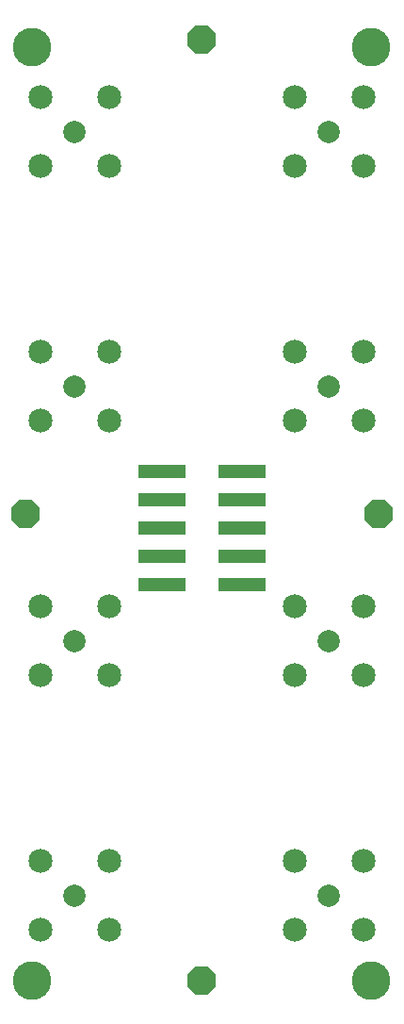
<source format=gbs>
G75*
G70*
%OFA0B0*%
%FSLAX24Y24*%
%IPPOS*%
%LPD*%
%AMOC8*
5,1,8,0,0,1.08239X$1,22.5*
%
%ADD10C,0.1365*%
%ADD11R,0.1715X0.0470*%
%ADD12C,0.0789*%
%ADD13C,0.0848*%
%ADD14OC8,0.1025*%
D10*
X001150Y001150D03*
X013150Y001150D03*
X013150Y034150D03*
X001150Y034150D03*
D11*
X005743Y019150D03*
X005743Y018150D03*
X005743Y017150D03*
X005743Y016150D03*
X005743Y015150D03*
X008558Y015150D03*
X008558Y016150D03*
X008558Y017150D03*
X008558Y018150D03*
X008558Y019150D03*
D12*
X011650Y022150D03*
X011650Y013150D03*
X011650Y004150D03*
X002650Y004150D03*
X002650Y013150D03*
X002650Y022150D03*
X002650Y031150D03*
X011650Y031150D03*
D13*
X010430Y029930D03*
X010430Y032370D03*
X012870Y032370D03*
X012870Y029930D03*
X012870Y023370D03*
X012870Y020930D03*
X010430Y020930D03*
X010430Y023370D03*
X010430Y014370D03*
X010430Y011930D03*
X012870Y011930D03*
X012870Y014370D03*
X012870Y005370D03*
X012870Y002930D03*
X010430Y002930D03*
X010430Y005370D03*
X003870Y005370D03*
X003870Y002930D03*
X001430Y002930D03*
X001430Y005370D03*
X001430Y011930D03*
X001430Y014370D03*
X003870Y014370D03*
X003870Y011930D03*
X003870Y020930D03*
X003870Y023370D03*
X001430Y023370D03*
X001430Y020930D03*
X001430Y029930D03*
X001430Y032370D03*
X003870Y032370D03*
X003870Y029930D03*
D14*
X007150Y034400D03*
X000900Y017650D03*
X007150Y001150D03*
X013400Y017650D03*
M02*

</source>
